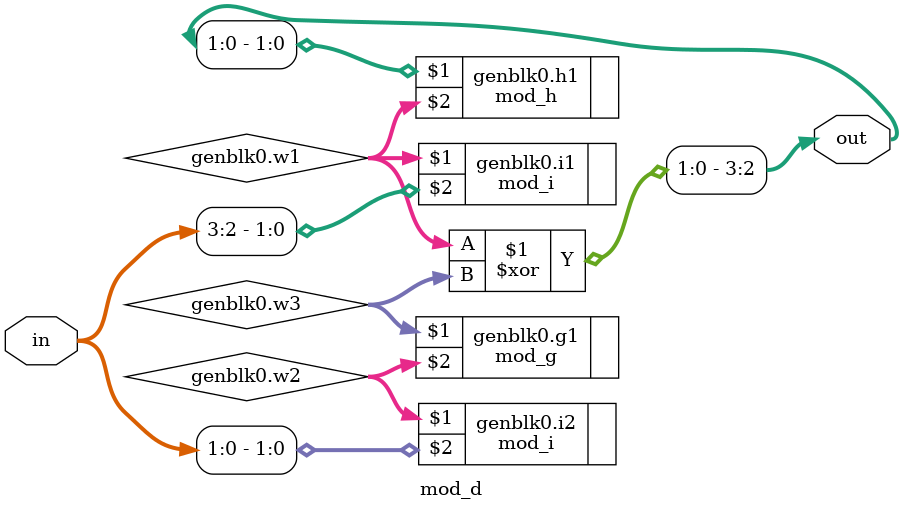
<source format=v>
`timescale 1ns / 1ps


module mod_d(output wire [3:0]out, input wire [3:0]in);
begin
wire [1:0] w1;
wire [1:0] w2;
wire [1:0] w3;
mod_i i1(w1[1:0],in[3:2]);
mod_i i2(w2[1:0],in[1:0]);
mod_h h1(out[1:0],w1[1:0]);
mod_g g1(w3[1:0],w2[1:0]);
assign out[3:2]=w1[1:0] ^ w3[1:0];
end
endmodule


</source>
